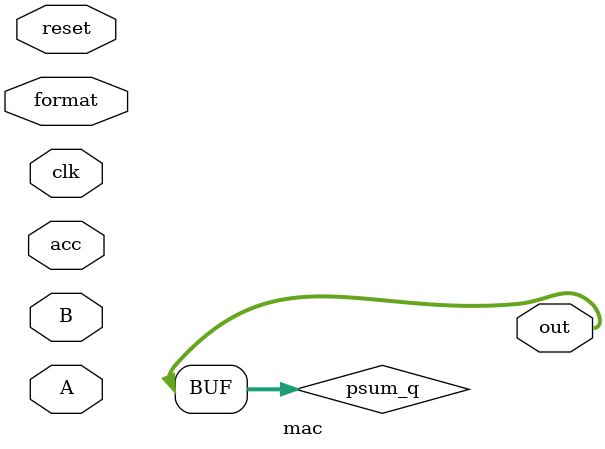
<source format=v>
module mac (out, A, B, format, acc, clk, reset);

parameter bw = 8;
parameter psum_bw = 16;

input clk;
input acc;
input reset;
input format;

input signed [bw-1:0] A;
input signed [bw-1:0] B;

output signed [psum_bw-1:0] out;

reg signed [psum_bw-1:0] psum_q;
reg signed [bw-1:0] a_q;
reg signed [bw-1:0] b_q;

assign out = psum_q;

// Your code goes here


endmodule

</source>
